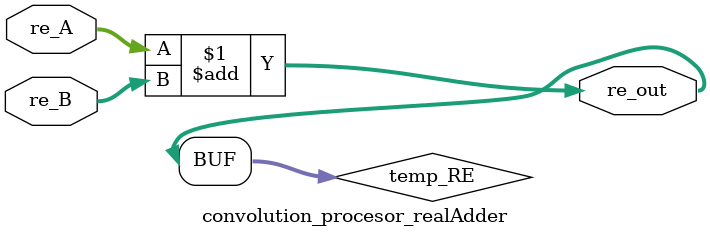
<source format=sv>
`timescale 1ns / 1ps
/*	
   ===================================================================
   Module Name  : Real adder
      
   Filename     : realAdder.v
   Type         : Verilog Module
   
   Description  : 
                  real adder with independent buses for real and imaginary parts.
                  Input    :  "DATA_WIDTH" length word in 2's complement representation.
                  Output   :  "DATA_WIDTH" length word in 2's complement representation.
                  
                  Designer must take care of overflow. 
                  We recommend to instantiate a "DATA WIDTH" length adder for "DATA WIDTH-1" length inputs.
                  
   -----------------------------------------------------------------------------
   Clocks      : -
   Reset       : -
   Parameters  :   
         NAME                         Comments                                            Default
         -------------------------------------------------------------------------------------------
         DATA_WIDTH              Number of data bits for inputs and outputs               22 
         -------------------------------------------------------------------------------------------
   Version     : 1.0
   Data        : 14 Nov 2018
   Revision    : -
   Reviser     : -		
   ------------------------------------------------------------------------------
      Modification Log "please register all the modifications in this area"
      (D/M/Y)  
      
   ----------------------
   // Instance template
   ----------------------
   realAdder
   #(
      .DATA_WIDTH_A    ()
		.DATA_WIDTH_B    ()
		.DATA_WIDTH_O    ()
   )
   "MODULE_NAME"
   (
       .re_A      (),
       .re_B      (),
       .re_out    ()
   );
*/


module convolution_procesor_realAdder
#(
   parameter DATA_WIDTH_A = 22,
   parameter DATA_WIDTH_B = 22,
   parameter DATA_WIDTH_O = 22
)(
    input signed  [DATA_WIDTH_A-1 : 0] re_A,
	 input signed [DATA_WIDTH_B-1 : 0] re_B,
    output [DATA_WIDTH_O-1 : 0] re_out
);

	
	wire signed [DATA_WIDTH_O-1: 0] temp_RE;
	
	assign temp_RE = re_A + re_B;
	
	assign re_out = temp_RE;
endmodule

</source>
